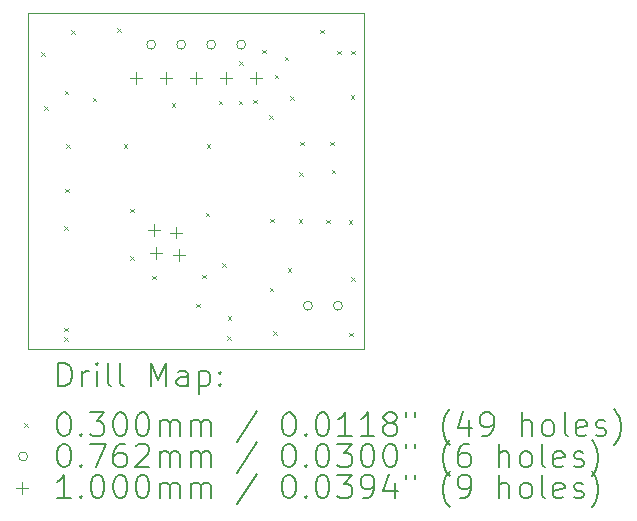
<source format=gbr>
%TF.GenerationSoftware,KiCad,Pcbnew,8.0.6-8.0.6-0~ubuntu24.04.1*%
%TF.CreationDate,2024-10-30T09:27:26+01:00*%
%TF.ProjectId,clock_pcb,636c6f63-6b5f-4706-9362-2e6b69636164,rev?*%
%TF.SameCoordinates,Original*%
%TF.FileFunction,Drillmap*%
%TF.FilePolarity,Positive*%
%FSLAX45Y45*%
G04 Gerber Fmt 4.5, Leading zero omitted, Abs format (unit mm)*
G04 Created by KiCad (PCBNEW 8.0.6-8.0.6-0~ubuntu24.04.1) date 2024-10-30 09:27:26*
%MOMM*%
%LPD*%
G01*
G04 APERTURE LIST*
%ADD10C,0.050000*%
%ADD11C,0.200000*%
%ADD12C,0.100000*%
G04 APERTURE END LIST*
D10*
X12800000Y-9950000D02*
X12800000Y-12800000D01*
X9950000Y-12800000D02*
X12800000Y-12800000D01*
X9950000Y-9950000D02*
X12800000Y-9950000D01*
X9950000Y-9950000D02*
X9950000Y-12800000D01*
D11*
D12*
X10065000Y-10285000D02*
X10095000Y-10315000D01*
X10095000Y-10285000D02*
X10065000Y-10315000D01*
X10088000Y-10740000D02*
X10118000Y-10770000D01*
X10118000Y-10740000D02*
X10088000Y-10770000D01*
X10256000Y-12617000D02*
X10286000Y-12647000D01*
X10286000Y-12617000D02*
X10256000Y-12647000D01*
X10258000Y-12697000D02*
X10288000Y-12727000D01*
X10288000Y-12697000D02*
X10258000Y-12727000D01*
X10260000Y-11756000D02*
X10290000Y-11786000D01*
X10290000Y-11756000D02*
X10260000Y-11786000D01*
X10262000Y-10610000D02*
X10292000Y-10640000D01*
X10292000Y-10610000D02*
X10262000Y-10640000D01*
X10268000Y-11440000D02*
X10298000Y-11470000D01*
X10298000Y-11440000D02*
X10268000Y-11470000D01*
X10275000Y-11063000D02*
X10305000Y-11093000D01*
X10305000Y-11063000D02*
X10275000Y-11093000D01*
X10315000Y-10096000D02*
X10345000Y-10126000D01*
X10345000Y-10096000D02*
X10315000Y-10126000D01*
X10501000Y-10669000D02*
X10531000Y-10699000D01*
X10531000Y-10669000D02*
X10501000Y-10699000D01*
X10707000Y-10082000D02*
X10737000Y-10112000D01*
X10737000Y-10082000D02*
X10707000Y-10112000D01*
X10761000Y-11063000D02*
X10791000Y-11093000D01*
X10791000Y-11063000D02*
X10761000Y-11093000D01*
X10815000Y-12012000D02*
X10845000Y-12042000D01*
X10845000Y-12012000D02*
X10815000Y-12042000D01*
X10816000Y-11611000D02*
X10846000Y-11641000D01*
X10846000Y-11611000D02*
X10816000Y-11641000D01*
X11003000Y-12175000D02*
X11033000Y-12205000D01*
X11033000Y-12175000D02*
X11003000Y-12205000D01*
X11169000Y-10718000D02*
X11199000Y-10748000D01*
X11199000Y-10718000D02*
X11169000Y-10748000D01*
X11375000Y-12415000D02*
X11405000Y-12445000D01*
X11405000Y-12415000D02*
X11375000Y-12445000D01*
X11428000Y-12167000D02*
X11458000Y-12197000D01*
X11458000Y-12167000D02*
X11428000Y-12197000D01*
X11454000Y-11645000D02*
X11484000Y-11675000D01*
X11484000Y-11645000D02*
X11454000Y-11675000D01*
X11464000Y-11063000D02*
X11494000Y-11093000D01*
X11494000Y-11063000D02*
X11464000Y-11093000D01*
X11566573Y-10693427D02*
X11596573Y-10723427D01*
X11596573Y-10693427D02*
X11566573Y-10723427D01*
X11595000Y-12070000D02*
X11625000Y-12100000D01*
X11625000Y-12070000D02*
X11595000Y-12100000D01*
X11636000Y-12688000D02*
X11666000Y-12718000D01*
X11666000Y-12688000D02*
X11636000Y-12718000D01*
X11644000Y-12519000D02*
X11674000Y-12549000D01*
X11674000Y-12519000D02*
X11644000Y-12549000D01*
X11736426Y-10693574D02*
X11766426Y-10723574D01*
X11766426Y-10693574D02*
X11736426Y-10723574D01*
X11741000Y-10360000D02*
X11771000Y-10390000D01*
X11771000Y-10360000D02*
X11741000Y-10390000D01*
X11857000Y-10685000D02*
X11887000Y-10715000D01*
X11887000Y-10685000D02*
X11857000Y-10715000D01*
X11934000Y-10262000D02*
X11964000Y-10292000D01*
X11964000Y-10262000D02*
X11934000Y-10292000D01*
X11992000Y-10820000D02*
X12022000Y-10850000D01*
X12022000Y-10820000D02*
X11992000Y-10850000D01*
X11996000Y-12280000D02*
X12026000Y-12310000D01*
X12026000Y-12280000D02*
X11996000Y-12310000D01*
X12000000Y-11694000D02*
X12030000Y-11724000D01*
X12030000Y-11694000D02*
X12000000Y-11724000D01*
X12026000Y-12648000D02*
X12056000Y-12678000D01*
X12056000Y-12648000D02*
X12026000Y-12678000D01*
X12040000Y-10473000D02*
X12070000Y-10503000D01*
X12070000Y-10473000D02*
X12040000Y-10503000D01*
X12124412Y-10321588D02*
X12154412Y-10351588D01*
X12154412Y-10321588D02*
X12124412Y-10351588D01*
X12151000Y-12114000D02*
X12181000Y-12144000D01*
X12181000Y-12114000D02*
X12151000Y-12144000D01*
X12170000Y-10658000D02*
X12200000Y-10688000D01*
X12200000Y-10658000D02*
X12170000Y-10688000D01*
X12245000Y-11699000D02*
X12275000Y-11729000D01*
X12275000Y-11699000D02*
X12245000Y-11729000D01*
X12249000Y-11300000D02*
X12279000Y-11330000D01*
X12279000Y-11300000D02*
X12249000Y-11330000D01*
X12254000Y-11042000D02*
X12284000Y-11072000D01*
X12284000Y-11042000D02*
X12254000Y-11072000D01*
X12425000Y-10095000D02*
X12455000Y-10125000D01*
X12455000Y-10095000D02*
X12425000Y-10125000D01*
X12477000Y-11703000D02*
X12507000Y-11733000D01*
X12507000Y-11703000D02*
X12477000Y-11733000D01*
X12509000Y-11044000D02*
X12539000Y-11074000D01*
X12539000Y-11044000D02*
X12509000Y-11074000D01*
X12522000Y-11279000D02*
X12552000Y-11309000D01*
X12552000Y-11279000D02*
X12522000Y-11309000D01*
X12570000Y-10273000D02*
X12600000Y-10303000D01*
X12600000Y-10273000D02*
X12570000Y-10303000D01*
X12665000Y-11707000D02*
X12695000Y-11737000D01*
X12695000Y-11707000D02*
X12665000Y-11737000D01*
X12673000Y-12661000D02*
X12703000Y-12691000D01*
X12703000Y-12661000D02*
X12673000Y-12691000D01*
X12682000Y-10647000D02*
X12712000Y-10677000D01*
X12712000Y-10647000D02*
X12682000Y-10677000D01*
X12686000Y-12189000D02*
X12716000Y-12219000D01*
X12716000Y-12189000D02*
X12686000Y-12219000D01*
X12690000Y-10273000D02*
X12720000Y-10303000D01*
X12720000Y-10273000D02*
X12690000Y-10303000D01*
X11032100Y-10220000D02*
G75*
G02*
X10955900Y-10220000I-38100J0D01*
G01*
X10955900Y-10220000D02*
G75*
G02*
X11032100Y-10220000I38100J0D01*
G01*
X11286100Y-10220000D02*
G75*
G02*
X11209900Y-10220000I-38100J0D01*
G01*
X11209900Y-10220000D02*
G75*
G02*
X11286100Y-10220000I38100J0D01*
G01*
X11540100Y-10220000D02*
G75*
G02*
X11463900Y-10220000I-38100J0D01*
G01*
X11463900Y-10220000D02*
G75*
G02*
X11540100Y-10220000I38100J0D01*
G01*
X11794100Y-10220000D02*
G75*
G02*
X11717900Y-10220000I-38100J0D01*
G01*
X11717900Y-10220000D02*
G75*
G02*
X11794100Y-10220000I38100J0D01*
G01*
X12359100Y-12430000D02*
G75*
G02*
X12282900Y-12430000I-38100J0D01*
G01*
X12282900Y-12430000D02*
G75*
G02*
X12359100Y-12430000I38100J0D01*
G01*
X12613100Y-12430000D02*
G75*
G02*
X12536900Y-12430000I-38100J0D01*
G01*
X12536900Y-12430000D02*
G75*
G02*
X12613100Y-12430000I38100J0D01*
G01*
X10868000Y-10455000D02*
X10868000Y-10555000D01*
X10818000Y-10505000D02*
X10918000Y-10505000D01*
X11015500Y-11740000D02*
X11015500Y-11840000D01*
X10965500Y-11790000D02*
X11065500Y-11790000D01*
X11037500Y-11937000D02*
X11037500Y-12037000D01*
X10987500Y-11987000D02*
X11087500Y-11987000D01*
X11122000Y-10455000D02*
X11122000Y-10555000D01*
X11072000Y-10505000D02*
X11172000Y-10505000D01*
X11207500Y-11761000D02*
X11207500Y-11861000D01*
X11157500Y-11811000D02*
X11257500Y-11811000D01*
X11230500Y-11953000D02*
X11230500Y-12053000D01*
X11180500Y-12003000D02*
X11280500Y-12003000D01*
X11376000Y-10455000D02*
X11376000Y-10555000D01*
X11326000Y-10505000D02*
X11426000Y-10505000D01*
X11630000Y-10455000D02*
X11630000Y-10555000D01*
X11580000Y-10505000D02*
X11680000Y-10505000D01*
X11884000Y-10455000D02*
X11884000Y-10555000D01*
X11834000Y-10505000D02*
X11934000Y-10505000D01*
D11*
X10208277Y-13113984D02*
X10208277Y-12913984D01*
X10208277Y-12913984D02*
X10255896Y-12913984D01*
X10255896Y-12913984D02*
X10284467Y-12923508D01*
X10284467Y-12923508D02*
X10303515Y-12942555D01*
X10303515Y-12942555D02*
X10313039Y-12961603D01*
X10313039Y-12961603D02*
X10322563Y-12999698D01*
X10322563Y-12999698D02*
X10322563Y-13028269D01*
X10322563Y-13028269D02*
X10313039Y-13066365D01*
X10313039Y-13066365D02*
X10303515Y-13085412D01*
X10303515Y-13085412D02*
X10284467Y-13104460D01*
X10284467Y-13104460D02*
X10255896Y-13113984D01*
X10255896Y-13113984D02*
X10208277Y-13113984D01*
X10408277Y-13113984D02*
X10408277Y-12980650D01*
X10408277Y-13018746D02*
X10417801Y-12999698D01*
X10417801Y-12999698D02*
X10427324Y-12990174D01*
X10427324Y-12990174D02*
X10446372Y-12980650D01*
X10446372Y-12980650D02*
X10465420Y-12980650D01*
X10532086Y-13113984D02*
X10532086Y-12980650D01*
X10532086Y-12913984D02*
X10522563Y-12923508D01*
X10522563Y-12923508D02*
X10532086Y-12933031D01*
X10532086Y-12933031D02*
X10541610Y-12923508D01*
X10541610Y-12923508D02*
X10532086Y-12913984D01*
X10532086Y-12913984D02*
X10532086Y-12933031D01*
X10655896Y-13113984D02*
X10636848Y-13104460D01*
X10636848Y-13104460D02*
X10627324Y-13085412D01*
X10627324Y-13085412D02*
X10627324Y-12913984D01*
X10760658Y-13113984D02*
X10741610Y-13104460D01*
X10741610Y-13104460D02*
X10732086Y-13085412D01*
X10732086Y-13085412D02*
X10732086Y-12913984D01*
X10989229Y-13113984D02*
X10989229Y-12913984D01*
X10989229Y-12913984D02*
X11055896Y-13056841D01*
X11055896Y-13056841D02*
X11122563Y-12913984D01*
X11122563Y-12913984D02*
X11122563Y-13113984D01*
X11303515Y-13113984D02*
X11303515Y-13009222D01*
X11303515Y-13009222D02*
X11293991Y-12990174D01*
X11293991Y-12990174D02*
X11274943Y-12980650D01*
X11274943Y-12980650D02*
X11236848Y-12980650D01*
X11236848Y-12980650D02*
X11217801Y-12990174D01*
X11303515Y-13104460D02*
X11284467Y-13113984D01*
X11284467Y-13113984D02*
X11236848Y-13113984D01*
X11236848Y-13113984D02*
X11217801Y-13104460D01*
X11217801Y-13104460D02*
X11208277Y-13085412D01*
X11208277Y-13085412D02*
X11208277Y-13066365D01*
X11208277Y-13066365D02*
X11217801Y-13047317D01*
X11217801Y-13047317D02*
X11236848Y-13037793D01*
X11236848Y-13037793D02*
X11284467Y-13037793D01*
X11284467Y-13037793D02*
X11303515Y-13028269D01*
X11398753Y-12980650D02*
X11398753Y-13180650D01*
X11398753Y-12990174D02*
X11417801Y-12980650D01*
X11417801Y-12980650D02*
X11455896Y-12980650D01*
X11455896Y-12980650D02*
X11474943Y-12990174D01*
X11474943Y-12990174D02*
X11484467Y-12999698D01*
X11484467Y-12999698D02*
X11493991Y-13018746D01*
X11493991Y-13018746D02*
X11493991Y-13075888D01*
X11493991Y-13075888D02*
X11484467Y-13094936D01*
X11484467Y-13094936D02*
X11474943Y-13104460D01*
X11474943Y-13104460D02*
X11455896Y-13113984D01*
X11455896Y-13113984D02*
X11417801Y-13113984D01*
X11417801Y-13113984D02*
X11398753Y-13104460D01*
X11579705Y-13094936D02*
X11589229Y-13104460D01*
X11589229Y-13104460D02*
X11579705Y-13113984D01*
X11579705Y-13113984D02*
X11570182Y-13104460D01*
X11570182Y-13104460D02*
X11579705Y-13094936D01*
X11579705Y-13094936D02*
X11579705Y-13113984D01*
X11579705Y-12990174D02*
X11589229Y-12999698D01*
X11589229Y-12999698D02*
X11579705Y-13009222D01*
X11579705Y-13009222D02*
X11570182Y-12999698D01*
X11570182Y-12999698D02*
X11579705Y-12990174D01*
X11579705Y-12990174D02*
X11579705Y-13009222D01*
D12*
X9917500Y-13427500D02*
X9947500Y-13457500D01*
X9947500Y-13427500D02*
X9917500Y-13457500D01*
D11*
X10246372Y-13333984D02*
X10265420Y-13333984D01*
X10265420Y-13333984D02*
X10284467Y-13343508D01*
X10284467Y-13343508D02*
X10293991Y-13353031D01*
X10293991Y-13353031D02*
X10303515Y-13372079D01*
X10303515Y-13372079D02*
X10313039Y-13410174D01*
X10313039Y-13410174D02*
X10313039Y-13457793D01*
X10313039Y-13457793D02*
X10303515Y-13495888D01*
X10303515Y-13495888D02*
X10293991Y-13514936D01*
X10293991Y-13514936D02*
X10284467Y-13524460D01*
X10284467Y-13524460D02*
X10265420Y-13533984D01*
X10265420Y-13533984D02*
X10246372Y-13533984D01*
X10246372Y-13533984D02*
X10227324Y-13524460D01*
X10227324Y-13524460D02*
X10217801Y-13514936D01*
X10217801Y-13514936D02*
X10208277Y-13495888D01*
X10208277Y-13495888D02*
X10198753Y-13457793D01*
X10198753Y-13457793D02*
X10198753Y-13410174D01*
X10198753Y-13410174D02*
X10208277Y-13372079D01*
X10208277Y-13372079D02*
X10217801Y-13353031D01*
X10217801Y-13353031D02*
X10227324Y-13343508D01*
X10227324Y-13343508D02*
X10246372Y-13333984D01*
X10398753Y-13514936D02*
X10408277Y-13524460D01*
X10408277Y-13524460D02*
X10398753Y-13533984D01*
X10398753Y-13533984D02*
X10389229Y-13524460D01*
X10389229Y-13524460D02*
X10398753Y-13514936D01*
X10398753Y-13514936D02*
X10398753Y-13533984D01*
X10474944Y-13333984D02*
X10598753Y-13333984D01*
X10598753Y-13333984D02*
X10532086Y-13410174D01*
X10532086Y-13410174D02*
X10560658Y-13410174D01*
X10560658Y-13410174D02*
X10579705Y-13419698D01*
X10579705Y-13419698D02*
X10589229Y-13429222D01*
X10589229Y-13429222D02*
X10598753Y-13448269D01*
X10598753Y-13448269D02*
X10598753Y-13495888D01*
X10598753Y-13495888D02*
X10589229Y-13514936D01*
X10589229Y-13514936D02*
X10579705Y-13524460D01*
X10579705Y-13524460D02*
X10560658Y-13533984D01*
X10560658Y-13533984D02*
X10503515Y-13533984D01*
X10503515Y-13533984D02*
X10484467Y-13524460D01*
X10484467Y-13524460D02*
X10474944Y-13514936D01*
X10722563Y-13333984D02*
X10741610Y-13333984D01*
X10741610Y-13333984D02*
X10760658Y-13343508D01*
X10760658Y-13343508D02*
X10770182Y-13353031D01*
X10770182Y-13353031D02*
X10779705Y-13372079D01*
X10779705Y-13372079D02*
X10789229Y-13410174D01*
X10789229Y-13410174D02*
X10789229Y-13457793D01*
X10789229Y-13457793D02*
X10779705Y-13495888D01*
X10779705Y-13495888D02*
X10770182Y-13514936D01*
X10770182Y-13514936D02*
X10760658Y-13524460D01*
X10760658Y-13524460D02*
X10741610Y-13533984D01*
X10741610Y-13533984D02*
X10722563Y-13533984D01*
X10722563Y-13533984D02*
X10703515Y-13524460D01*
X10703515Y-13524460D02*
X10693991Y-13514936D01*
X10693991Y-13514936D02*
X10684467Y-13495888D01*
X10684467Y-13495888D02*
X10674944Y-13457793D01*
X10674944Y-13457793D02*
X10674944Y-13410174D01*
X10674944Y-13410174D02*
X10684467Y-13372079D01*
X10684467Y-13372079D02*
X10693991Y-13353031D01*
X10693991Y-13353031D02*
X10703515Y-13343508D01*
X10703515Y-13343508D02*
X10722563Y-13333984D01*
X10913039Y-13333984D02*
X10932086Y-13333984D01*
X10932086Y-13333984D02*
X10951134Y-13343508D01*
X10951134Y-13343508D02*
X10960658Y-13353031D01*
X10960658Y-13353031D02*
X10970182Y-13372079D01*
X10970182Y-13372079D02*
X10979705Y-13410174D01*
X10979705Y-13410174D02*
X10979705Y-13457793D01*
X10979705Y-13457793D02*
X10970182Y-13495888D01*
X10970182Y-13495888D02*
X10960658Y-13514936D01*
X10960658Y-13514936D02*
X10951134Y-13524460D01*
X10951134Y-13524460D02*
X10932086Y-13533984D01*
X10932086Y-13533984D02*
X10913039Y-13533984D01*
X10913039Y-13533984D02*
X10893991Y-13524460D01*
X10893991Y-13524460D02*
X10884467Y-13514936D01*
X10884467Y-13514936D02*
X10874944Y-13495888D01*
X10874944Y-13495888D02*
X10865420Y-13457793D01*
X10865420Y-13457793D02*
X10865420Y-13410174D01*
X10865420Y-13410174D02*
X10874944Y-13372079D01*
X10874944Y-13372079D02*
X10884467Y-13353031D01*
X10884467Y-13353031D02*
X10893991Y-13343508D01*
X10893991Y-13343508D02*
X10913039Y-13333984D01*
X11065420Y-13533984D02*
X11065420Y-13400650D01*
X11065420Y-13419698D02*
X11074944Y-13410174D01*
X11074944Y-13410174D02*
X11093991Y-13400650D01*
X11093991Y-13400650D02*
X11122563Y-13400650D01*
X11122563Y-13400650D02*
X11141610Y-13410174D01*
X11141610Y-13410174D02*
X11151134Y-13429222D01*
X11151134Y-13429222D02*
X11151134Y-13533984D01*
X11151134Y-13429222D02*
X11160658Y-13410174D01*
X11160658Y-13410174D02*
X11179705Y-13400650D01*
X11179705Y-13400650D02*
X11208277Y-13400650D01*
X11208277Y-13400650D02*
X11227324Y-13410174D01*
X11227324Y-13410174D02*
X11236848Y-13429222D01*
X11236848Y-13429222D02*
X11236848Y-13533984D01*
X11332086Y-13533984D02*
X11332086Y-13400650D01*
X11332086Y-13419698D02*
X11341610Y-13410174D01*
X11341610Y-13410174D02*
X11360658Y-13400650D01*
X11360658Y-13400650D02*
X11389229Y-13400650D01*
X11389229Y-13400650D02*
X11408277Y-13410174D01*
X11408277Y-13410174D02*
X11417801Y-13429222D01*
X11417801Y-13429222D02*
X11417801Y-13533984D01*
X11417801Y-13429222D02*
X11427324Y-13410174D01*
X11427324Y-13410174D02*
X11446372Y-13400650D01*
X11446372Y-13400650D02*
X11474943Y-13400650D01*
X11474943Y-13400650D02*
X11493991Y-13410174D01*
X11493991Y-13410174D02*
X11503515Y-13429222D01*
X11503515Y-13429222D02*
X11503515Y-13533984D01*
X11893991Y-13324460D02*
X11722563Y-13581603D01*
X12151134Y-13333984D02*
X12170182Y-13333984D01*
X12170182Y-13333984D02*
X12189229Y-13343508D01*
X12189229Y-13343508D02*
X12198753Y-13353031D01*
X12198753Y-13353031D02*
X12208277Y-13372079D01*
X12208277Y-13372079D02*
X12217801Y-13410174D01*
X12217801Y-13410174D02*
X12217801Y-13457793D01*
X12217801Y-13457793D02*
X12208277Y-13495888D01*
X12208277Y-13495888D02*
X12198753Y-13514936D01*
X12198753Y-13514936D02*
X12189229Y-13524460D01*
X12189229Y-13524460D02*
X12170182Y-13533984D01*
X12170182Y-13533984D02*
X12151134Y-13533984D01*
X12151134Y-13533984D02*
X12132086Y-13524460D01*
X12132086Y-13524460D02*
X12122563Y-13514936D01*
X12122563Y-13514936D02*
X12113039Y-13495888D01*
X12113039Y-13495888D02*
X12103515Y-13457793D01*
X12103515Y-13457793D02*
X12103515Y-13410174D01*
X12103515Y-13410174D02*
X12113039Y-13372079D01*
X12113039Y-13372079D02*
X12122563Y-13353031D01*
X12122563Y-13353031D02*
X12132086Y-13343508D01*
X12132086Y-13343508D02*
X12151134Y-13333984D01*
X12303515Y-13514936D02*
X12313039Y-13524460D01*
X12313039Y-13524460D02*
X12303515Y-13533984D01*
X12303515Y-13533984D02*
X12293991Y-13524460D01*
X12293991Y-13524460D02*
X12303515Y-13514936D01*
X12303515Y-13514936D02*
X12303515Y-13533984D01*
X12436848Y-13333984D02*
X12455896Y-13333984D01*
X12455896Y-13333984D02*
X12474944Y-13343508D01*
X12474944Y-13343508D02*
X12484467Y-13353031D01*
X12484467Y-13353031D02*
X12493991Y-13372079D01*
X12493991Y-13372079D02*
X12503515Y-13410174D01*
X12503515Y-13410174D02*
X12503515Y-13457793D01*
X12503515Y-13457793D02*
X12493991Y-13495888D01*
X12493991Y-13495888D02*
X12484467Y-13514936D01*
X12484467Y-13514936D02*
X12474944Y-13524460D01*
X12474944Y-13524460D02*
X12455896Y-13533984D01*
X12455896Y-13533984D02*
X12436848Y-13533984D01*
X12436848Y-13533984D02*
X12417801Y-13524460D01*
X12417801Y-13524460D02*
X12408277Y-13514936D01*
X12408277Y-13514936D02*
X12398753Y-13495888D01*
X12398753Y-13495888D02*
X12389229Y-13457793D01*
X12389229Y-13457793D02*
X12389229Y-13410174D01*
X12389229Y-13410174D02*
X12398753Y-13372079D01*
X12398753Y-13372079D02*
X12408277Y-13353031D01*
X12408277Y-13353031D02*
X12417801Y-13343508D01*
X12417801Y-13343508D02*
X12436848Y-13333984D01*
X12693991Y-13533984D02*
X12579706Y-13533984D01*
X12636848Y-13533984D02*
X12636848Y-13333984D01*
X12636848Y-13333984D02*
X12617801Y-13362555D01*
X12617801Y-13362555D02*
X12598753Y-13381603D01*
X12598753Y-13381603D02*
X12579706Y-13391127D01*
X12884467Y-13533984D02*
X12770182Y-13533984D01*
X12827325Y-13533984D02*
X12827325Y-13333984D01*
X12827325Y-13333984D02*
X12808277Y-13362555D01*
X12808277Y-13362555D02*
X12789229Y-13381603D01*
X12789229Y-13381603D02*
X12770182Y-13391127D01*
X12998753Y-13419698D02*
X12979706Y-13410174D01*
X12979706Y-13410174D02*
X12970182Y-13400650D01*
X12970182Y-13400650D02*
X12960658Y-13381603D01*
X12960658Y-13381603D02*
X12960658Y-13372079D01*
X12960658Y-13372079D02*
X12970182Y-13353031D01*
X12970182Y-13353031D02*
X12979706Y-13343508D01*
X12979706Y-13343508D02*
X12998753Y-13333984D01*
X12998753Y-13333984D02*
X13036848Y-13333984D01*
X13036848Y-13333984D02*
X13055896Y-13343508D01*
X13055896Y-13343508D02*
X13065420Y-13353031D01*
X13065420Y-13353031D02*
X13074944Y-13372079D01*
X13074944Y-13372079D02*
X13074944Y-13381603D01*
X13074944Y-13381603D02*
X13065420Y-13400650D01*
X13065420Y-13400650D02*
X13055896Y-13410174D01*
X13055896Y-13410174D02*
X13036848Y-13419698D01*
X13036848Y-13419698D02*
X12998753Y-13419698D01*
X12998753Y-13419698D02*
X12979706Y-13429222D01*
X12979706Y-13429222D02*
X12970182Y-13438746D01*
X12970182Y-13438746D02*
X12960658Y-13457793D01*
X12960658Y-13457793D02*
X12960658Y-13495888D01*
X12960658Y-13495888D02*
X12970182Y-13514936D01*
X12970182Y-13514936D02*
X12979706Y-13524460D01*
X12979706Y-13524460D02*
X12998753Y-13533984D01*
X12998753Y-13533984D02*
X13036848Y-13533984D01*
X13036848Y-13533984D02*
X13055896Y-13524460D01*
X13055896Y-13524460D02*
X13065420Y-13514936D01*
X13065420Y-13514936D02*
X13074944Y-13495888D01*
X13074944Y-13495888D02*
X13074944Y-13457793D01*
X13074944Y-13457793D02*
X13065420Y-13438746D01*
X13065420Y-13438746D02*
X13055896Y-13429222D01*
X13055896Y-13429222D02*
X13036848Y-13419698D01*
X13151134Y-13333984D02*
X13151134Y-13372079D01*
X13227325Y-13333984D02*
X13227325Y-13372079D01*
X13522563Y-13610174D02*
X13513039Y-13600650D01*
X13513039Y-13600650D02*
X13493991Y-13572079D01*
X13493991Y-13572079D02*
X13484468Y-13553031D01*
X13484468Y-13553031D02*
X13474944Y-13524460D01*
X13474944Y-13524460D02*
X13465420Y-13476841D01*
X13465420Y-13476841D02*
X13465420Y-13438746D01*
X13465420Y-13438746D02*
X13474944Y-13391127D01*
X13474944Y-13391127D02*
X13484468Y-13362555D01*
X13484468Y-13362555D02*
X13493991Y-13343508D01*
X13493991Y-13343508D02*
X13513039Y-13314936D01*
X13513039Y-13314936D02*
X13522563Y-13305412D01*
X13684468Y-13400650D02*
X13684468Y-13533984D01*
X13636848Y-13324460D02*
X13589229Y-13467317D01*
X13589229Y-13467317D02*
X13713039Y-13467317D01*
X13798753Y-13533984D02*
X13836848Y-13533984D01*
X13836848Y-13533984D02*
X13855896Y-13524460D01*
X13855896Y-13524460D02*
X13865420Y-13514936D01*
X13865420Y-13514936D02*
X13884468Y-13486365D01*
X13884468Y-13486365D02*
X13893991Y-13448269D01*
X13893991Y-13448269D02*
X13893991Y-13372079D01*
X13893991Y-13372079D02*
X13884468Y-13353031D01*
X13884468Y-13353031D02*
X13874944Y-13343508D01*
X13874944Y-13343508D02*
X13855896Y-13333984D01*
X13855896Y-13333984D02*
X13817801Y-13333984D01*
X13817801Y-13333984D02*
X13798753Y-13343508D01*
X13798753Y-13343508D02*
X13789229Y-13353031D01*
X13789229Y-13353031D02*
X13779706Y-13372079D01*
X13779706Y-13372079D02*
X13779706Y-13419698D01*
X13779706Y-13419698D02*
X13789229Y-13438746D01*
X13789229Y-13438746D02*
X13798753Y-13448269D01*
X13798753Y-13448269D02*
X13817801Y-13457793D01*
X13817801Y-13457793D02*
X13855896Y-13457793D01*
X13855896Y-13457793D02*
X13874944Y-13448269D01*
X13874944Y-13448269D02*
X13884468Y-13438746D01*
X13884468Y-13438746D02*
X13893991Y-13419698D01*
X14132087Y-13533984D02*
X14132087Y-13333984D01*
X14217801Y-13533984D02*
X14217801Y-13429222D01*
X14217801Y-13429222D02*
X14208277Y-13410174D01*
X14208277Y-13410174D02*
X14189230Y-13400650D01*
X14189230Y-13400650D02*
X14160658Y-13400650D01*
X14160658Y-13400650D02*
X14141610Y-13410174D01*
X14141610Y-13410174D02*
X14132087Y-13419698D01*
X14341610Y-13533984D02*
X14322563Y-13524460D01*
X14322563Y-13524460D02*
X14313039Y-13514936D01*
X14313039Y-13514936D02*
X14303515Y-13495888D01*
X14303515Y-13495888D02*
X14303515Y-13438746D01*
X14303515Y-13438746D02*
X14313039Y-13419698D01*
X14313039Y-13419698D02*
X14322563Y-13410174D01*
X14322563Y-13410174D02*
X14341610Y-13400650D01*
X14341610Y-13400650D02*
X14370182Y-13400650D01*
X14370182Y-13400650D02*
X14389230Y-13410174D01*
X14389230Y-13410174D02*
X14398753Y-13419698D01*
X14398753Y-13419698D02*
X14408277Y-13438746D01*
X14408277Y-13438746D02*
X14408277Y-13495888D01*
X14408277Y-13495888D02*
X14398753Y-13514936D01*
X14398753Y-13514936D02*
X14389230Y-13524460D01*
X14389230Y-13524460D02*
X14370182Y-13533984D01*
X14370182Y-13533984D02*
X14341610Y-13533984D01*
X14522563Y-13533984D02*
X14503515Y-13524460D01*
X14503515Y-13524460D02*
X14493991Y-13505412D01*
X14493991Y-13505412D02*
X14493991Y-13333984D01*
X14674944Y-13524460D02*
X14655896Y-13533984D01*
X14655896Y-13533984D02*
X14617801Y-13533984D01*
X14617801Y-13533984D02*
X14598753Y-13524460D01*
X14598753Y-13524460D02*
X14589230Y-13505412D01*
X14589230Y-13505412D02*
X14589230Y-13429222D01*
X14589230Y-13429222D02*
X14598753Y-13410174D01*
X14598753Y-13410174D02*
X14617801Y-13400650D01*
X14617801Y-13400650D02*
X14655896Y-13400650D01*
X14655896Y-13400650D02*
X14674944Y-13410174D01*
X14674944Y-13410174D02*
X14684468Y-13429222D01*
X14684468Y-13429222D02*
X14684468Y-13448269D01*
X14684468Y-13448269D02*
X14589230Y-13467317D01*
X14760658Y-13524460D02*
X14779706Y-13533984D01*
X14779706Y-13533984D02*
X14817801Y-13533984D01*
X14817801Y-13533984D02*
X14836849Y-13524460D01*
X14836849Y-13524460D02*
X14846372Y-13505412D01*
X14846372Y-13505412D02*
X14846372Y-13495888D01*
X14846372Y-13495888D02*
X14836849Y-13476841D01*
X14836849Y-13476841D02*
X14817801Y-13467317D01*
X14817801Y-13467317D02*
X14789230Y-13467317D01*
X14789230Y-13467317D02*
X14770182Y-13457793D01*
X14770182Y-13457793D02*
X14760658Y-13438746D01*
X14760658Y-13438746D02*
X14760658Y-13429222D01*
X14760658Y-13429222D02*
X14770182Y-13410174D01*
X14770182Y-13410174D02*
X14789230Y-13400650D01*
X14789230Y-13400650D02*
X14817801Y-13400650D01*
X14817801Y-13400650D02*
X14836849Y-13410174D01*
X14913039Y-13610174D02*
X14922563Y-13600650D01*
X14922563Y-13600650D02*
X14941611Y-13572079D01*
X14941611Y-13572079D02*
X14951134Y-13553031D01*
X14951134Y-13553031D02*
X14960658Y-13524460D01*
X14960658Y-13524460D02*
X14970182Y-13476841D01*
X14970182Y-13476841D02*
X14970182Y-13438746D01*
X14970182Y-13438746D02*
X14960658Y-13391127D01*
X14960658Y-13391127D02*
X14951134Y-13362555D01*
X14951134Y-13362555D02*
X14941611Y-13343508D01*
X14941611Y-13343508D02*
X14922563Y-13314936D01*
X14922563Y-13314936D02*
X14913039Y-13305412D01*
D12*
X9947500Y-13706500D02*
G75*
G02*
X9871300Y-13706500I-38100J0D01*
G01*
X9871300Y-13706500D02*
G75*
G02*
X9947500Y-13706500I38100J0D01*
G01*
D11*
X10246372Y-13597984D02*
X10265420Y-13597984D01*
X10265420Y-13597984D02*
X10284467Y-13607508D01*
X10284467Y-13607508D02*
X10293991Y-13617031D01*
X10293991Y-13617031D02*
X10303515Y-13636079D01*
X10303515Y-13636079D02*
X10313039Y-13674174D01*
X10313039Y-13674174D02*
X10313039Y-13721793D01*
X10313039Y-13721793D02*
X10303515Y-13759888D01*
X10303515Y-13759888D02*
X10293991Y-13778936D01*
X10293991Y-13778936D02*
X10284467Y-13788460D01*
X10284467Y-13788460D02*
X10265420Y-13797984D01*
X10265420Y-13797984D02*
X10246372Y-13797984D01*
X10246372Y-13797984D02*
X10227324Y-13788460D01*
X10227324Y-13788460D02*
X10217801Y-13778936D01*
X10217801Y-13778936D02*
X10208277Y-13759888D01*
X10208277Y-13759888D02*
X10198753Y-13721793D01*
X10198753Y-13721793D02*
X10198753Y-13674174D01*
X10198753Y-13674174D02*
X10208277Y-13636079D01*
X10208277Y-13636079D02*
X10217801Y-13617031D01*
X10217801Y-13617031D02*
X10227324Y-13607508D01*
X10227324Y-13607508D02*
X10246372Y-13597984D01*
X10398753Y-13778936D02*
X10408277Y-13788460D01*
X10408277Y-13788460D02*
X10398753Y-13797984D01*
X10398753Y-13797984D02*
X10389229Y-13788460D01*
X10389229Y-13788460D02*
X10398753Y-13778936D01*
X10398753Y-13778936D02*
X10398753Y-13797984D01*
X10474944Y-13597984D02*
X10608277Y-13597984D01*
X10608277Y-13597984D02*
X10522563Y-13797984D01*
X10770182Y-13597984D02*
X10732086Y-13597984D01*
X10732086Y-13597984D02*
X10713039Y-13607508D01*
X10713039Y-13607508D02*
X10703515Y-13617031D01*
X10703515Y-13617031D02*
X10684467Y-13645603D01*
X10684467Y-13645603D02*
X10674944Y-13683698D01*
X10674944Y-13683698D02*
X10674944Y-13759888D01*
X10674944Y-13759888D02*
X10684467Y-13778936D01*
X10684467Y-13778936D02*
X10693991Y-13788460D01*
X10693991Y-13788460D02*
X10713039Y-13797984D01*
X10713039Y-13797984D02*
X10751134Y-13797984D01*
X10751134Y-13797984D02*
X10770182Y-13788460D01*
X10770182Y-13788460D02*
X10779705Y-13778936D01*
X10779705Y-13778936D02*
X10789229Y-13759888D01*
X10789229Y-13759888D02*
X10789229Y-13712269D01*
X10789229Y-13712269D02*
X10779705Y-13693222D01*
X10779705Y-13693222D02*
X10770182Y-13683698D01*
X10770182Y-13683698D02*
X10751134Y-13674174D01*
X10751134Y-13674174D02*
X10713039Y-13674174D01*
X10713039Y-13674174D02*
X10693991Y-13683698D01*
X10693991Y-13683698D02*
X10684467Y-13693222D01*
X10684467Y-13693222D02*
X10674944Y-13712269D01*
X10865420Y-13617031D02*
X10874944Y-13607508D01*
X10874944Y-13607508D02*
X10893991Y-13597984D01*
X10893991Y-13597984D02*
X10941610Y-13597984D01*
X10941610Y-13597984D02*
X10960658Y-13607508D01*
X10960658Y-13607508D02*
X10970182Y-13617031D01*
X10970182Y-13617031D02*
X10979705Y-13636079D01*
X10979705Y-13636079D02*
X10979705Y-13655127D01*
X10979705Y-13655127D02*
X10970182Y-13683698D01*
X10970182Y-13683698D02*
X10855896Y-13797984D01*
X10855896Y-13797984D02*
X10979705Y-13797984D01*
X11065420Y-13797984D02*
X11065420Y-13664650D01*
X11065420Y-13683698D02*
X11074944Y-13674174D01*
X11074944Y-13674174D02*
X11093991Y-13664650D01*
X11093991Y-13664650D02*
X11122563Y-13664650D01*
X11122563Y-13664650D02*
X11141610Y-13674174D01*
X11141610Y-13674174D02*
X11151134Y-13693222D01*
X11151134Y-13693222D02*
X11151134Y-13797984D01*
X11151134Y-13693222D02*
X11160658Y-13674174D01*
X11160658Y-13674174D02*
X11179705Y-13664650D01*
X11179705Y-13664650D02*
X11208277Y-13664650D01*
X11208277Y-13664650D02*
X11227324Y-13674174D01*
X11227324Y-13674174D02*
X11236848Y-13693222D01*
X11236848Y-13693222D02*
X11236848Y-13797984D01*
X11332086Y-13797984D02*
X11332086Y-13664650D01*
X11332086Y-13683698D02*
X11341610Y-13674174D01*
X11341610Y-13674174D02*
X11360658Y-13664650D01*
X11360658Y-13664650D02*
X11389229Y-13664650D01*
X11389229Y-13664650D02*
X11408277Y-13674174D01*
X11408277Y-13674174D02*
X11417801Y-13693222D01*
X11417801Y-13693222D02*
X11417801Y-13797984D01*
X11417801Y-13693222D02*
X11427324Y-13674174D01*
X11427324Y-13674174D02*
X11446372Y-13664650D01*
X11446372Y-13664650D02*
X11474943Y-13664650D01*
X11474943Y-13664650D02*
X11493991Y-13674174D01*
X11493991Y-13674174D02*
X11503515Y-13693222D01*
X11503515Y-13693222D02*
X11503515Y-13797984D01*
X11893991Y-13588460D02*
X11722563Y-13845603D01*
X12151134Y-13597984D02*
X12170182Y-13597984D01*
X12170182Y-13597984D02*
X12189229Y-13607508D01*
X12189229Y-13607508D02*
X12198753Y-13617031D01*
X12198753Y-13617031D02*
X12208277Y-13636079D01*
X12208277Y-13636079D02*
X12217801Y-13674174D01*
X12217801Y-13674174D02*
X12217801Y-13721793D01*
X12217801Y-13721793D02*
X12208277Y-13759888D01*
X12208277Y-13759888D02*
X12198753Y-13778936D01*
X12198753Y-13778936D02*
X12189229Y-13788460D01*
X12189229Y-13788460D02*
X12170182Y-13797984D01*
X12170182Y-13797984D02*
X12151134Y-13797984D01*
X12151134Y-13797984D02*
X12132086Y-13788460D01*
X12132086Y-13788460D02*
X12122563Y-13778936D01*
X12122563Y-13778936D02*
X12113039Y-13759888D01*
X12113039Y-13759888D02*
X12103515Y-13721793D01*
X12103515Y-13721793D02*
X12103515Y-13674174D01*
X12103515Y-13674174D02*
X12113039Y-13636079D01*
X12113039Y-13636079D02*
X12122563Y-13617031D01*
X12122563Y-13617031D02*
X12132086Y-13607508D01*
X12132086Y-13607508D02*
X12151134Y-13597984D01*
X12303515Y-13778936D02*
X12313039Y-13788460D01*
X12313039Y-13788460D02*
X12303515Y-13797984D01*
X12303515Y-13797984D02*
X12293991Y-13788460D01*
X12293991Y-13788460D02*
X12303515Y-13778936D01*
X12303515Y-13778936D02*
X12303515Y-13797984D01*
X12436848Y-13597984D02*
X12455896Y-13597984D01*
X12455896Y-13597984D02*
X12474944Y-13607508D01*
X12474944Y-13607508D02*
X12484467Y-13617031D01*
X12484467Y-13617031D02*
X12493991Y-13636079D01*
X12493991Y-13636079D02*
X12503515Y-13674174D01*
X12503515Y-13674174D02*
X12503515Y-13721793D01*
X12503515Y-13721793D02*
X12493991Y-13759888D01*
X12493991Y-13759888D02*
X12484467Y-13778936D01*
X12484467Y-13778936D02*
X12474944Y-13788460D01*
X12474944Y-13788460D02*
X12455896Y-13797984D01*
X12455896Y-13797984D02*
X12436848Y-13797984D01*
X12436848Y-13797984D02*
X12417801Y-13788460D01*
X12417801Y-13788460D02*
X12408277Y-13778936D01*
X12408277Y-13778936D02*
X12398753Y-13759888D01*
X12398753Y-13759888D02*
X12389229Y-13721793D01*
X12389229Y-13721793D02*
X12389229Y-13674174D01*
X12389229Y-13674174D02*
X12398753Y-13636079D01*
X12398753Y-13636079D02*
X12408277Y-13617031D01*
X12408277Y-13617031D02*
X12417801Y-13607508D01*
X12417801Y-13607508D02*
X12436848Y-13597984D01*
X12570182Y-13597984D02*
X12693991Y-13597984D01*
X12693991Y-13597984D02*
X12627325Y-13674174D01*
X12627325Y-13674174D02*
X12655896Y-13674174D01*
X12655896Y-13674174D02*
X12674944Y-13683698D01*
X12674944Y-13683698D02*
X12684467Y-13693222D01*
X12684467Y-13693222D02*
X12693991Y-13712269D01*
X12693991Y-13712269D02*
X12693991Y-13759888D01*
X12693991Y-13759888D02*
X12684467Y-13778936D01*
X12684467Y-13778936D02*
X12674944Y-13788460D01*
X12674944Y-13788460D02*
X12655896Y-13797984D01*
X12655896Y-13797984D02*
X12598753Y-13797984D01*
X12598753Y-13797984D02*
X12579706Y-13788460D01*
X12579706Y-13788460D02*
X12570182Y-13778936D01*
X12817801Y-13597984D02*
X12836848Y-13597984D01*
X12836848Y-13597984D02*
X12855896Y-13607508D01*
X12855896Y-13607508D02*
X12865420Y-13617031D01*
X12865420Y-13617031D02*
X12874944Y-13636079D01*
X12874944Y-13636079D02*
X12884467Y-13674174D01*
X12884467Y-13674174D02*
X12884467Y-13721793D01*
X12884467Y-13721793D02*
X12874944Y-13759888D01*
X12874944Y-13759888D02*
X12865420Y-13778936D01*
X12865420Y-13778936D02*
X12855896Y-13788460D01*
X12855896Y-13788460D02*
X12836848Y-13797984D01*
X12836848Y-13797984D02*
X12817801Y-13797984D01*
X12817801Y-13797984D02*
X12798753Y-13788460D01*
X12798753Y-13788460D02*
X12789229Y-13778936D01*
X12789229Y-13778936D02*
X12779706Y-13759888D01*
X12779706Y-13759888D02*
X12770182Y-13721793D01*
X12770182Y-13721793D02*
X12770182Y-13674174D01*
X12770182Y-13674174D02*
X12779706Y-13636079D01*
X12779706Y-13636079D02*
X12789229Y-13617031D01*
X12789229Y-13617031D02*
X12798753Y-13607508D01*
X12798753Y-13607508D02*
X12817801Y-13597984D01*
X13008277Y-13597984D02*
X13027325Y-13597984D01*
X13027325Y-13597984D02*
X13046372Y-13607508D01*
X13046372Y-13607508D02*
X13055896Y-13617031D01*
X13055896Y-13617031D02*
X13065420Y-13636079D01*
X13065420Y-13636079D02*
X13074944Y-13674174D01*
X13074944Y-13674174D02*
X13074944Y-13721793D01*
X13074944Y-13721793D02*
X13065420Y-13759888D01*
X13065420Y-13759888D02*
X13055896Y-13778936D01*
X13055896Y-13778936D02*
X13046372Y-13788460D01*
X13046372Y-13788460D02*
X13027325Y-13797984D01*
X13027325Y-13797984D02*
X13008277Y-13797984D01*
X13008277Y-13797984D02*
X12989229Y-13788460D01*
X12989229Y-13788460D02*
X12979706Y-13778936D01*
X12979706Y-13778936D02*
X12970182Y-13759888D01*
X12970182Y-13759888D02*
X12960658Y-13721793D01*
X12960658Y-13721793D02*
X12960658Y-13674174D01*
X12960658Y-13674174D02*
X12970182Y-13636079D01*
X12970182Y-13636079D02*
X12979706Y-13617031D01*
X12979706Y-13617031D02*
X12989229Y-13607508D01*
X12989229Y-13607508D02*
X13008277Y-13597984D01*
X13151134Y-13597984D02*
X13151134Y-13636079D01*
X13227325Y-13597984D02*
X13227325Y-13636079D01*
X13522563Y-13874174D02*
X13513039Y-13864650D01*
X13513039Y-13864650D02*
X13493991Y-13836079D01*
X13493991Y-13836079D02*
X13484468Y-13817031D01*
X13484468Y-13817031D02*
X13474944Y-13788460D01*
X13474944Y-13788460D02*
X13465420Y-13740841D01*
X13465420Y-13740841D02*
X13465420Y-13702746D01*
X13465420Y-13702746D02*
X13474944Y-13655127D01*
X13474944Y-13655127D02*
X13484468Y-13626555D01*
X13484468Y-13626555D02*
X13493991Y-13607508D01*
X13493991Y-13607508D02*
X13513039Y-13578936D01*
X13513039Y-13578936D02*
X13522563Y-13569412D01*
X13684468Y-13597984D02*
X13646372Y-13597984D01*
X13646372Y-13597984D02*
X13627325Y-13607508D01*
X13627325Y-13607508D02*
X13617801Y-13617031D01*
X13617801Y-13617031D02*
X13598753Y-13645603D01*
X13598753Y-13645603D02*
X13589229Y-13683698D01*
X13589229Y-13683698D02*
X13589229Y-13759888D01*
X13589229Y-13759888D02*
X13598753Y-13778936D01*
X13598753Y-13778936D02*
X13608277Y-13788460D01*
X13608277Y-13788460D02*
X13627325Y-13797984D01*
X13627325Y-13797984D02*
X13665420Y-13797984D01*
X13665420Y-13797984D02*
X13684468Y-13788460D01*
X13684468Y-13788460D02*
X13693991Y-13778936D01*
X13693991Y-13778936D02*
X13703515Y-13759888D01*
X13703515Y-13759888D02*
X13703515Y-13712269D01*
X13703515Y-13712269D02*
X13693991Y-13693222D01*
X13693991Y-13693222D02*
X13684468Y-13683698D01*
X13684468Y-13683698D02*
X13665420Y-13674174D01*
X13665420Y-13674174D02*
X13627325Y-13674174D01*
X13627325Y-13674174D02*
X13608277Y-13683698D01*
X13608277Y-13683698D02*
X13598753Y-13693222D01*
X13598753Y-13693222D02*
X13589229Y-13712269D01*
X13941610Y-13797984D02*
X13941610Y-13597984D01*
X14027325Y-13797984D02*
X14027325Y-13693222D01*
X14027325Y-13693222D02*
X14017801Y-13674174D01*
X14017801Y-13674174D02*
X13998753Y-13664650D01*
X13998753Y-13664650D02*
X13970182Y-13664650D01*
X13970182Y-13664650D02*
X13951134Y-13674174D01*
X13951134Y-13674174D02*
X13941610Y-13683698D01*
X14151134Y-13797984D02*
X14132087Y-13788460D01*
X14132087Y-13788460D02*
X14122563Y-13778936D01*
X14122563Y-13778936D02*
X14113039Y-13759888D01*
X14113039Y-13759888D02*
X14113039Y-13702746D01*
X14113039Y-13702746D02*
X14122563Y-13683698D01*
X14122563Y-13683698D02*
X14132087Y-13674174D01*
X14132087Y-13674174D02*
X14151134Y-13664650D01*
X14151134Y-13664650D02*
X14179706Y-13664650D01*
X14179706Y-13664650D02*
X14198753Y-13674174D01*
X14198753Y-13674174D02*
X14208277Y-13683698D01*
X14208277Y-13683698D02*
X14217801Y-13702746D01*
X14217801Y-13702746D02*
X14217801Y-13759888D01*
X14217801Y-13759888D02*
X14208277Y-13778936D01*
X14208277Y-13778936D02*
X14198753Y-13788460D01*
X14198753Y-13788460D02*
X14179706Y-13797984D01*
X14179706Y-13797984D02*
X14151134Y-13797984D01*
X14332087Y-13797984D02*
X14313039Y-13788460D01*
X14313039Y-13788460D02*
X14303515Y-13769412D01*
X14303515Y-13769412D02*
X14303515Y-13597984D01*
X14484468Y-13788460D02*
X14465420Y-13797984D01*
X14465420Y-13797984D02*
X14427325Y-13797984D01*
X14427325Y-13797984D02*
X14408277Y-13788460D01*
X14408277Y-13788460D02*
X14398753Y-13769412D01*
X14398753Y-13769412D02*
X14398753Y-13693222D01*
X14398753Y-13693222D02*
X14408277Y-13674174D01*
X14408277Y-13674174D02*
X14427325Y-13664650D01*
X14427325Y-13664650D02*
X14465420Y-13664650D01*
X14465420Y-13664650D02*
X14484468Y-13674174D01*
X14484468Y-13674174D02*
X14493991Y-13693222D01*
X14493991Y-13693222D02*
X14493991Y-13712269D01*
X14493991Y-13712269D02*
X14398753Y-13731317D01*
X14570182Y-13788460D02*
X14589230Y-13797984D01*
X14589230Y-13797984D02*
X14627325Y-13797984D01*
X14627325Y-13797984D02*
X14646372Y-13788460D01*
X14646372Y-13788460D02*
X14655896Y-13769412D01*
X14655896Y-13769412D02*
X14655896Y-13759888D01*
X14655896Y-13759888D02*
X14646372Y-13740841D01*
X14646372Y-13740841D02*
X14627325Y-13731317D01*
X14627325Y-13731317D02*
X14598753Y-13731317D01*
X14598753Y-13731317D02*
X14579706Y-13721793D01*
X14579706Y-13721793D02*
X14570182Y-13702746D01*
X14570182Y-13702746D02*
X14570182Y-13693222D01*
X14570182Y-13693222D02*
X14579706Y-13674174D01*
X14579706Y-13674174D02*
X14598753Y-13664650D01*
X14598753Y-13664650D02*
X14627325Y-13664650D01*
X14627325Y-13664650D02*
X14646372Y-13674174D01*
X14722563Y-13874174D02*
X14732087Y-13864650D01*
X14732087Y-13864650D02*
X14751134Y-13836079D01*
X14751134Y-13836079D02*
X14760658Y-13817031D01*
X14760658Y-13817031D02*
X14770182Y-13788460D01*
X14770182Y-13788460D02*
X14779706Y-13740841D01*
X14779706Y-13740841D02*
X14779706Y-13702746D01*
X14779706Y-13702746D02*
X14770182Y-13655127D01*
X14770182Y-13655127D02*
X14760658Y-13626555D01*
X14760658Y-13626555D02*
X14751134Y-13607508D01*
X14751134Y-13607508D02*
X14732087Y-13578936D01*
X14732087Y-13578936D02*
X14722563Y-13569412D01*
D12*
X9897500Y-13920500D02*
X9897500Y-14020500D01*
X9847500Y-13970500D02*
X9947500Y-13970500D01*
D11*
X10313039Y-14061984D02*
X10198753Y-14061984D01*
X10255896Y-14061984D02*
X10255896Y-13861984D01*
X10255896Y-13861984D02*
X10236848Y-13890555D01*
X10236848Y-13890555D02*
X10217801Y-13909603D01*
X10217801Y-13909603D02*
X10198753Y-13919127D01*
X10398753Y-14042936D02*
X10408277Y-14052460D01*
X10408277Y-14052460D02*
X10398753Y-14061984D01*
X10398753Y-14061984D02*
X10389229Y-14052460D01*
X10389229Y-14052460D02*
X10398753Y-14042936D01*
X10398753Y-14042936D02*
X10398753Y-14061984D01*
X10532086Y-13861984D02*
X10551134Y-13861984D01*
X10551134Y-13861984D02*
X10570182Y-13871508D01*
X10570182Y-13871508D02*
X10579705Y-13881031D01*
X10579705Y-13881031D02*
X10589229Y-13900079D01*
X10589229Y-13900079D02*
X10598753Y-13938174D01*
X10598753Y-13938174D02*
X10598753Y-13985793D01*
X10598753Y-13985793D02*
X10589229Y-14023888D01*
X10589229Y-14023888D02*
X10579705Y-14042936D01*
X10579705Y-14042936D02*
X10570182Y-14052460D01*
X10570182Y-14052460D02*
X10551134Y-14061984D01*
X10551134Y-14061984D02*
X10532086Y-14061984D01*
X10532086Y-14061984D02*
X10513039Y-14052460D01*
X10513039Y-14052460D02*
X10503515Y-14042936D01*
X10503515Y-14042936D02*
X10493991Y-14023888D01*
X10493991Y-14023888D02*
X10484467Y-13985793D01*
X10484467Y-13985793D02*
X10484467Y-13938174D01*
X10484467Y-13938174D02*
X10493991Y-13900079D01*
X10493991Y-13900079D02*
X10503515Y-13881031D01*
X10503515Y-13881031D02*
X10513039Y-13871508D01*
X10513039Y-13871508D02*
X10532086Y-13861984D01*
X10722563Y-13861984D02*
X10741610Y-13861984D01*
X10741610Y-13861984D02*
X10760658Y-13871508D01*
X10760658Y-13871508D02*
X10770182Y-13881031D01*
X10770182Y-13881031D02*
X10779705Y-13900079D01*
X10779705Y-13900079D02*
X10789229Y-13938174D01*
X10789229Y-13938174D02*
X10789229Y-13985793D01*
X10789229Y-13985793D02*
X10779705Y-14023888D01*
X10779705Y-14023888D02*
X10770182Y-14042936D01*
X10770182Y-14042936D02*
X10760658Y-14052460D01*
X10760658Y-14052460D02*
X10741610Y-14061984D01*
X10741610Y-14061984D02*
X10722563Y-14061984D01*
X10722563Y-14061984D02*
X10703515Y-14052460D01*
X10703515Y-14052460D02*
X10693991Y-14042936D01*
X10693991Y-14042936D02*
X10684467Y-14023888D01*
X10684467Y-14023888D02*
X10674944Y-13985793D01*
X10674944Y-13985793D02*
X10674944Y-13938174D01*
X10674944Y-13938174D02*
X10684467Y-13900079D01*
X10684467Y-13900079D02*
X10693991Y-13881031D01*
X10693991Y-13881031D02*
X10703515Y-13871508D01*
X10703515Y-13871508D02*
X10722563Y-13861984D01*
X10913039Y-13861984D02*
X10932086Y-13861984D01*
X10932086Y-13861984D02*
X10951134Y-13871508D01*
X10951134Y-13871508D02*
X10960658Y-13881031D01*
X10960658Y-13881031D02*
X10970182Y-13900079D01*
X10970182Y-13900079D02*
X10979705Y-13938174D01*
X10979705Y-13938174D02*
X10979705Y-13985793D01*
X10979705Y-13985793D02*
X10970182Y-14023888D01*
X10970182Y-14023888D02*
X10960658Y-14042936D01*
X10960658Y-14042936D02*
X10951134Y-14052460D01*
X10951134Y-14052460D02*
X10932086Y-14061984D01*
X10932086Y-14061984D02*
X10913039Y-14061984D01*
X10913039Y-14061984D02*
X10893991Y-14052460D01*
X10893991Y-14052460D02*
X10884467Y-14042936D01*
X10884467Y-14042936D02*
X10874944Y-14023888D01*
X10874944Y-14023888D02*
X10865420Y-13985793D01*
X10865420Y-13985793D02*
X10865420Y-13938174D01*
X10865420Y-13938174D02*
X10874944Y-13900079D01*
X10874944Y-13900079D02*
X10884467Y-13881031D01*
X10884467Y-13881031D02*
X10893991Y-13871508D01*
X10893991Y-13871508D02*
X10913039Y-13861984D01*
X11065420Y-14061984D02*
X11065420Y-13928650D01*
X11065420Y-13947698D02*
X11074944Y-13938174D01*
X11074944Y-13938174D02*
X11093991Y-13928650D01*
X11093991Y-13928650D02*
X11122563Y-13928650D01*
X11122563Y-13928650D02*
X11141610Y-13938174D01*
X11141610Y-13938174D02*
X11151134Y-13957222D01*
X11151134Y-13957222D02*
X11151134Y-14061984D01*
X11151134Y-13957222D02*
X11160658Y-13938174D01*
X11160658Y-13938174D02*
X11179705Y-13928650D01*
X11179705Y-13928650D02*
X11208277Y-13928650D01*
X11208277Y-13928650D02*
X11227324Y-13938174D01*
X11227324Y-13938174D02*
X11236848Y-13957222D01*
X11236848Y-13957222D02*
X11236848Y-14061984D01*
X11332086Y-14061984D02*
X11332086Y-13928650D01*
X11332086Y-13947698D02*
X11341610Y-13938174D01*
X11341610Y-13938174D02*
X11360658Y-13928650D01*
X11360658Y-13928650D02*
X11389229Y-13928650D01*
X11389229Y-13928650D02*
X11408277Y-13938174D01*
X11408277Y-13938174D02*
X11417801Y-13957222D01*
X11417801Y-13957222D02*
X11417801Y-14061984D01*
X11417801Y-13957222D02*
X11427324Y-13938174D01*
X11427324Y-13938174D02*
X11446372Y-13928650D01*
X11446372Y-13928650D02*
X11474943Y-13928650D01*
X11474943Y-13928650D02*
X11493991Y-13938174D01*
X11493991Y-13938174D02*
X11503515Y-13957222D01*
X11503515Y-13957222D02*
X11503515Y-14061984D01*
X11893991Y-13852460D02*
X11722563Y-14109603D01*
X12151134Y-13861984D02*
X12170182Y-13861984D01*
X12170182Y-13861984D02*
X12189229Y-13871508D01*
X12189229Y-13871508D02*
X12198753Y-13881031D01*
X12198753Y-13881031D02*
X12208277Y-13900079D01*
X12208277Y-13900079D02*
X12217801Y-13938174D01*
X12217801Y-13938174D02*
X12217801Y-13985793D01*
X12217801Y-13985793D02*
X12208277Y-14023888D01*
X12208277Y-14023888D02*
X12198753Y-14042936D01*
X12198753Y-14042936D02*
X12189229Y-14052460D01*
X12189229Y-14052460D02*
X12170182Y-14061984D01*
X12170182Y-14061984D02*
X12151134Y-14061984D01*
X12151134Y-14061984D02*
X12132086Y-14052460D01*
X12132086Y-14052460D02*
X12122563Y-14042936D01*
X12122563Y-14042936D02*
X12113039Y-14023888D01*
X12113039Y-14023888D02*
X12103515Y-13985793D01*
X12103515Y-13985793D02*
X12103515Y-13938174D01*
X12103515Y-13938174D02*
X12113039Y-13900079D01*
X12113039Y-13900079D02*
X12122563Y-13881031D01*
X12122563Y-13881031D02*
X12132086Y-13871508D01*
X12132086Y-13871508D02*
X12151134Y-13861984D01*
X12303515Y-14042936D02*
X12313039Y-14052460D01*
X12313039Y-14052460D02*
X12303515Y-14061984D01*
X12303515Y-14061984D02*
X12293991Y-14052460D01*
X12293991Y-14052460D02*
X12303515Y-14042936D01*
X12303515Y-14042936D02*
X12303515Y-14061984D01*
X12436848Y-13861984D02*
X12455896Y-13861984D01*
X12455896Y-13861984D02*
X12474944Y-13871508D01*
X12474944Y-13871508D02*
X12484467Y-13881031D01*
X12484467Y-13881031D02*
X12493991Y-13900079D01*
X12493991Y-13900079D02*
X12503515Y-13938174D01*
X12503515Y-13938174D02*
X12503515Y-13985793D01*
X12503515Y-13985793D02*
X12493991Y-14023888D01*
X12493991Y-14023888D02*
X12484467Y-14042936D01*
X12484467Y-14042936D02*
X12474944Y-14052460D01*
X12474944Y-14052460D02*
X12455896Y-14061984D01*
X12455896Y-14061984D02*
X12436848Y-14061984D01*
X12436848Y-14061984D02*
X12417801Y-14052460D01*
X12417801Y-14052460D02*
X12408277Y-14042936D01*
X12408277Y-14042936D02*
X12398753Y-14023888D01*
X12398753Y-14023888D02*
X12389229Y-13985793D01*
X12389229Y-13985793D02*
X12389229Y-13938174D01*
X12389229Y-13938174D02*
X12398753Y-13900079D01*
X12398753Y-13900079D02*
X12408277Y-13881031D01*
X12408277Y-13881031D02*
X12417801Y-13871508D01*
X12417801Y-13871508D02*
X12436848Y-13861984D01*
X12570182Y-13861984D02*
X12693991Y-13861984D01*
X12693991Y-13861984D02*
X12627325Y-13938174D01*
X12627325Y-13938174D02*
X12655896Y-13938174D01*
X12655896Y-13938174D02*
X12674944Y-13947698D01*
X12674944Y-13947698D02*
X12684467Y-13957222D01*
X12684467Y-13957222D02*
X12693991Y-13976269D01*
X12693991Y-13976269D02*
X12693991Y-14023888D01*
X12693991Y-14023888D02*
X12684467Y-14042936D01*
X12684467Y-14042936D02*
X12674944Y-14052460D01*
X12674944Y-14052460D02*
X12655896Y-14061984D01*
X12655896Y-14061984D02*
X12598753Y-14061984D01*
X12598753Y-14061984D02*
X12579706Y-14052460D01*
X12579706Y-14052460D02*
X12570182Y-14042936D01*
X12789229Y-14061984D02*
X12827325Y-14061984D01*
X12827325Y-14061984D02*
X12846372Y-14052460D01*
X12846372Y-14052460D02*
X12855896Y-14042936D01*
X12855896Y-14042936D02*
X12874944Y-14014365D01*
X12874944Y-14014365D02*
X12884467Y-13976269D01*
X12884467Y-13976269D02*
X12884467Y-13900079D01*
X12884467Y-13900079D02*
X12874944Y-13881031D01*
X12874944Y-13881031D02*
X12865420Y-13871508D01*
X12865420Y-13871508D02*
X12846372Y-13861984D01*
X12846372Y-13861984D02*
X12808277Y-13861984D01*
X12808277Y-13861984D02*
X12789229Y-13871508D01*
X12789229Y-13871508D02*
X12779706Y-13881031D01*
X12779706Y-13881031D02*
X12770182Y-13900079D01*
X12770182Y-13900079D02*
X12770182Y-13947698D01*
X12770182Y-13947698D02*
X12779706Y-13966746D01*
X12779706Y-13966746D02*
X12789229Y-13976269D01*
X12789229Y-13976269D02*
X12808277Y-13985793D01*
X12808277Y-13985793D02*
X12846372Y-13985793D01*
X12846372Y-13985793D02*
X12865420Y-13976269D01*
X12865420Y-13976269D02*
X12874944Y-13966746D01*
X12874944Y-13966746D02*
X12884467Y-13947698D01*
X13055896Y-13928650D02*
X13055896Y-14061984D01*
X13008277Y-13852460D02*
X12960658Y-13995317D01*
X12960658Y-13995317D02*
X13084467Y-13995317D01*
X13151134Y-13861984D02*
X13151134Y-13900079D01*
X13227325Y-13861984D02*
X13227325Y-13900079D01*
X13522563Y-14138174D02*
X13513039Y-14128650D01*
X13513039Y-14128650D02*
X13493991Y-14100079D01*
X13493991Y-14100079D02*
X13484468Y-14081031D01*
X13484468Y-14081031D02*
X13474944Y-14052460D01*
X13474944Y-14052460D02*
X13465420Y-14004841D01*
X13465420Y-14004841D02*
X13465420Y-13966746D01*
X13465420Y-13966746D02*
X13474944Y-13919127D01*
X13474944Y-13919127D02*
X13484468Y-13890555D01*
X13484468Y-13890555D02*
X13493991Y-13871508D01*
X13493991Y-13871508D02*
X13513039Y-13842936D01*
X13513039Y-13842936D02*
X13522563Y-13833412D01*
X13608277Y-14061984D02*
X13646372Y-14061984D01*
X13646372Y-14061984D02*
X13665420Y-14052460D01*
X13665420Y-14052460D02*
X13674944Y-14042936D01*
X13674944Y-14042936D02*
X13693991Y-14014365D01*
X13693991Y-14014365D02*
X13703515Y-13976269D01*
X13703515Y-13976269D02*
X13703515Y-13900079D01*
X13703515Y-13900079D02*
X13693991Y-13881031D01*
X13693991Y-13881031D02*
X13684468Y-13871508D01*
X13684468Y-13871508D02*
X13665420Y-13861984D01*
X13665420Y-13861984D02*
X13627325Y-13861984D01*
X13627325Y-13861984D02*
X13608277Y-13871508D01*
X13608277Y-13871508D02*
X13598753Y-13881031D01*
X13598753Y-13881031D02*
X13589229Y-13900079D01*
X13589229Y-13900079D02*
X13589229Y-13947698D01*
X13589229Y-13947698D02*
X13598753Y-13966746D01*
X13598753Y-13966746D02*
X13608277Y-13976269D01*
X13608277Y-13976269D02*
X13627325Y-13985793D01*
X13627325Y-13985793D02*
X13665420Y-13985793D01*
X13665420Y-13985793D02*
X13684468Y-13976269D01*
X13684468Y-13976269D02*
X13693991Y-13966746D01*
X13693991Y-13966746D02*
X13703515Y-13947698D01*
X13941610Y-14061984D02*
X13941610Y-13861984D01*
X14027325Y-14061984D02*
X14027325Y-13957222D01*
X14027325Y-13957222D02*
X14017801Y-13938174D01*
X14017801Y-13938174D02*
X13998753Y-13928650D01*
X13998753Y-13928650D02*
X13970182Y-13928650D01*
X13970182Y-13928650D02*
X13951134Y-13938174D01*
X13951134Y-13938174D02*
X13941610Y-13947698D01*
X14151134Y-14061984D02*
X14132087Y-14052460D01*
X14132087Y-14052460D02*
X14122563Y-14042936D01*
X14122563Y-14042936D02*
X14113039Y-14023888D01*
X14113039Y-14023888D02*
X14113039Y-13966746D01*
X14113039Y-13966746D02*
X14122563Y-13947698D01*
X14122563Y-13947698D02*
X14132087Y-13938174D01*
X14132087Y-13938174D02*
X14151134Y-13928650D01*
X14151134Y-13928650D02*
X14179706Y-13928650D01*
X14179706Y-13928650D02*
X14198753Y-13938174D01*
X14198753Y-13938174D02*
X14208277Y-13947698D01*
X14208277Y-13947698D02*
X14217801Y-13966746D01*
X14217801Y-13966746D02*
X14217801Y-14023888D01*
X14217801Y-14023888D02*
X14208277Y-14042936D01*
X14208277Y-14042936D02*
X14198753Y-14052460D01*
X14198753Y-14052460D02*
X14179706Y-14061984D01*
X14179706Y-14061984D02*
X14151134Y-14061984D01*
X14332087Y-14061984D02*
X14313039Y-14052460D01*
X14313039Y-14052460D02*
X14303515Y-14033412D01*
X14303515Y-14033412D02*
X14303515Y-13861984D01*
X14484468Y-14052460D02*
X14465420Y-14061984D01*
X14465420Y-14061984D02*
X14427325Y-14061984D01*
X14427325Y-14061984D02*
X14408277Y-14052460D01*
X14408277Y-14052460D02*
X14398753Y-14033412D01*
X14398753Y-14033412D02*
X14398753Y-13957222D01*
X14398753Y-13957222D02*
X14408277Y-13938174D01*
X14408277Y-13938174D02*
X14427325Y-13928650D01*
X14427325Y-13928650D02*
X14465420Y-13928650D01*
X14465420Y-13928650D02*
X14484468Y-13938174D01*
X14484468Y-13938174D02*
X14493991Y-13957222D01*
X14493991Y-13957222D02*
X14493991Y-13976269D01*
X14493991Y-13976269D02*
X14398753Y-13995317D01*
X14570182Y-14052460D02*
X14589230Y-14061984D01*
X14589230Y-14061984D02*
X14627325Y-14061984D01*
X14627325Y-14061984D02*
X14646372Y-14052460D01*
X14646372Y-14052460D02*
X14655896Y-14033412D01*
X14655896Y-14033412D02*
X14655896Y-14023888D01*
X14655896Y-14023888D02*
X14646372Y-14004841D01*
X14646372Y-14004841D02*
X14627325Y-13995317D01*
X14627325Y-13995317D02*
X14598753Y-13995317D01*
X14598753Y-13995317D02*
X14579706Y-13985793D01*
X14579706Y-13985793D02*
X14570182Y-13966746D01*
X14570182Y-13966746D02*
X14570182Y-13957222D01*
X14570182Y-13957222D02*
X14579706Y-13938174D01*
X14579706Y-13938174D02*
X14598753Y-13928650D01*
X14598753Y-13928650D02*
X14627325Y-13928650D01*
X14627325Y-13928650D02*
X14646372Y-13938174D01*
X14722563Y-14138174D02*
X14732087Y-14128650D01*
X14732087Y-14128650D02*
X14751134Y-14100079D01*
X14751134Y-14100079D02*
X14760658Y-14081031D01*
X14760658Y-14081031D02*
X14770182Y-14052460D01*
X14770182Y-14052460D02*
X14779706Y-14004841D01*
X14779706Y-14004841D02*
X14779706Y-13966746D01*
X14779706Y-13966746D02*
X14770182Y-13919127D01*
X14770182Y-13919127D02*
X14760658Y-13890555D01*
X14760658Y-13890555D02*
X14751134Y-13871508D01*
X14751134Y-13871508D02*
X14732087Y-13842936D01*
X14732087Y-13842936D02*
X14722563Y-13833412D01*
M02*

</source>
